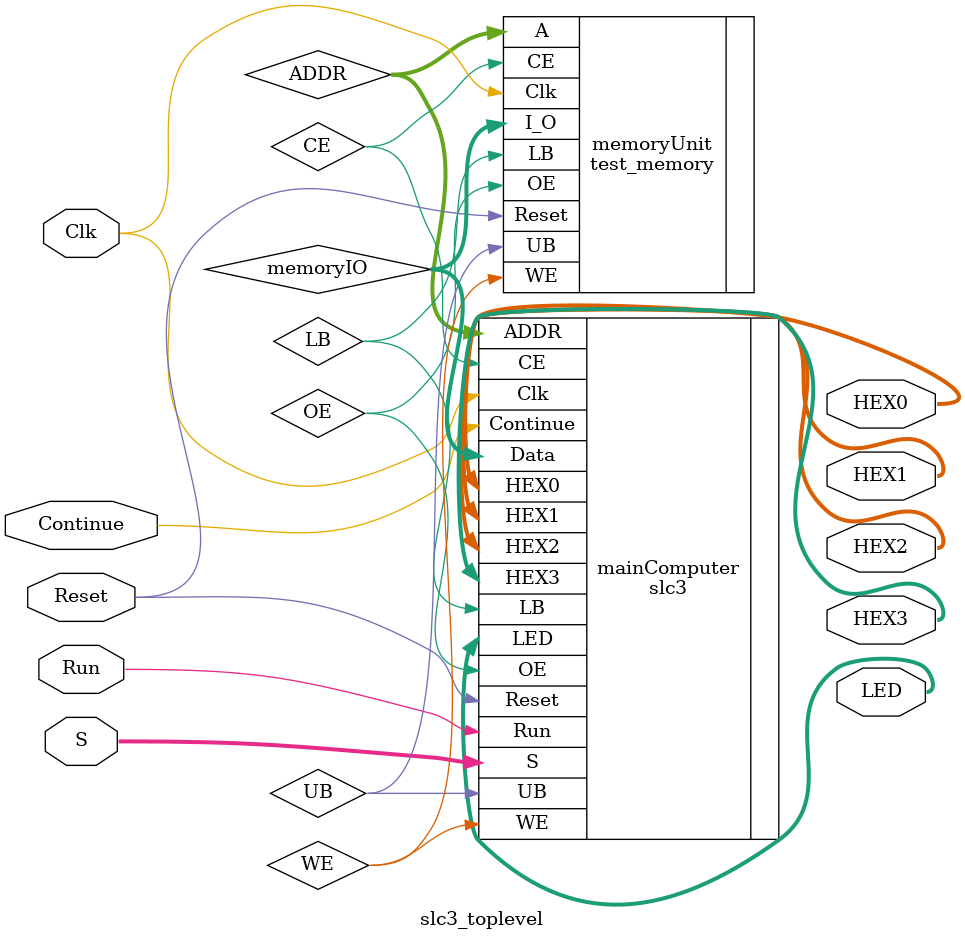
<source format=sv>

module slc3_toplevel(
    input logic [15:0] S,
    input logic    Clk, Reset, Run, Continue,
    output logic [11:0] LED,
    output logic [6:0] HEX0, HEX1, HEX2, HEX3
);

    logic CE, UB, LB, OE, WE;
    wire [15:0] memoryIO;
    logic [19:0] ADDR;

    slc3 mainComputer (.Clk, .Reset, .Run, .Continue,
        .S, .LED, .HEX0, .HEX1, .HEX2, .HEX3, .ADDR, .CE, .UB, .LB, .OE, .WE,
        .Data(memoryIO)
    );

    test_memory memoryUnit(.Clk, .Reset, .CE, .UB, .LB, .OE, .WE,
        .I_O(memoryIO), .A(ADDR)
    );

endmodule


</source>
